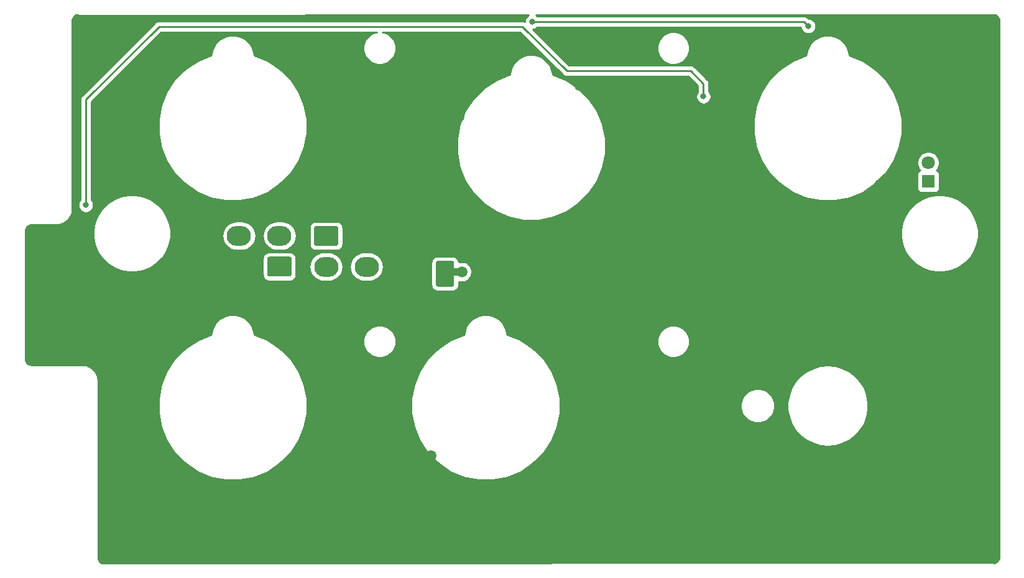
<source format=gbr>
G04 #@! TF.GenerationSoftware,KiCad,Pcbnew,(5.1.6)-1*
G04 #@! TF.CreationDate,2021-02-10T22:01:05+11:00*
G04 #@! TF.ProjectId,SIM CNTL Panel PCB V2,53494d20-434e-4544-9c20-50616e656c20,rev?*
G04 #@! TF.SameCoordinates,Original*
G04 #@! TF.FileFunction,Copper,L2,Bot*
G04 #@! TF.FilePolarity,Positive*
%FSLAX46Y46*%
G04 Gerber Fmt 4.6, Leading zero omitted, Abs format (unit mm)*
G04 Created by KiCad (PCBNEW (5.1.6)-1) date 2021-02-10 22:01:05*
%MOMM*%
%LPD*%
G01*
G04 APERTURE LIST*
G04 #@! TA.AperFunction,ComponentPad*
%ADD10C,1.800000*%
G04 #@! TD*
G04 #@! TA.AperFunction,ComponentPad*
%ADD11R,1.800000X1.800000*%
G04 #@! TD*
G04 #@! TA.AperFunction,ComponentPad*
%ADD12O,3.300000X2.700000*%
G04 #@! TD*
G04 #@! TA.AperFunction,ViaPad*
%ADD13C,1.500000*%
G04 #@! TD*
G04 #@! TA.AperFunction,ViaPad*
%ADD14C,0.800000*%
G04 #@! TD*
G04 #@! TA.AperFunction,Conductor*
%ADD15C,1.000000*%
G04 #@! TD*
G04 #@! TA.AperFunction,Conductor*
%ADD16C,0.250000*%
G04 #@! TD*
G04 #@! TA.AperFunction,Conductor*
%ADD17C,0.254000*%
G04 #@! TD*
G04 APERTURE END LIST*
D10*
G04 #@! TO.P,D1,2*
G04 #@! TO.N,/LED+5V*
X204725000Y-73625000D03*
D11*
G04 #@! TO.P,D1,1*
G04 #@! TO.N,Net-(D1-Pad1)*
X204725000Y-76165000D03*
G04 #@! TD*
D12*
G04 #@! TO.P,J2,4*
G04 #@! TO.N,/DATAOUT*
X128225000Y-87809200D03*
G04 #@! TO.P,J2,3*
G04 #@! TO.N,/LEDGND*
X128225000Y-83609200D03*
G04 #@! TO.P,J2,2*
G04 #@! TO.N,/LED+5V*
X122725000Y-87809200D03*
G04 #@! TO.P,J2,1*
G04 #@! TA.AperFunction,ComponentPad*
G36*
G01*
X121325001Y-82259200D02*
X124124999Y-82259200D01*
G75*
G02*
X124375000Y-82509201I0J-250001D01*
G01*
X124375000Y-84709199D01*
G75*
G02*
X124124999Y-84959200I-250001J0D01*
G01*
X121325001Y-84959200D01*
G75*
G02*
X121075000Y-84709199I0J250001D01*
G01*
X121075000Y-82509201D01*
G75*
G02*
X121325001Y-82259200I250001J0D01*
G01*
G37*
G04 #@! TD.AperFunction*
G04 #@! TD*
G04 #@! TO.P,J1,4*
G04 #@! TO.N,/DATAIN*
X110865000Y-83592600D03*
G04 #@! TO.P,J1,3*
G04 #@! TO.N,/LEDGND*
X110865000Y-87792600D03*
G04 #@! TO.P,J1,2*
G04 #@! TO.N,/LED+5V*
X116365000Y-83592600D03*
G04 #@! TO.P,J1,1*
G04 #@! TA.AperFunction,ComponentPad*
G36*
G01*
X117764999Y-89142600D02*
X114965001Y-89142600D01*
G75*
G02*
X114715000Y-88892599I0J250001D01*
G01*
X114715000Y-86692601D01*
G75*
G02*
X114965001Y-86442600I250001J0D01*
G01*
X117764999Y-86442600D01*
G75*
G02*
X118015000Y-86692601I0J-250001D01*
G01*
X118015000Y-88892599D01*
G75*
G02*
X117764999Y-89142600I-250001J0D01*
G01*
G37*
G04 #@! TD.AperFunction*
G04 #@! TD*
G04 #@! TO.P,C1,2*
G04 #@! TO.N,/LEDGND*
G04 #@! TA.AperFunction,SMDPad,CuDef*
G36*
G01*
X139910000Y-84012800D02*
X137910000Y-84012800D01*
G75*
G02*
X137660000Y-83762800I0J250000D01*
G01*
X137660000Y-80762800D01*
G75*
G02*
X137910000Y-80512800I250000J0D01*
G01*
X139910000Y-80512800D01*
G75*
G02*
X140160000Y-80762800I0J-250000D01*
G01*
X140160000Y-83762800D01*
G75*
G02*
X139910000Y-84012800I-250000J0D01*
G01*
G37*
G04 #@! TD.AperFunction*
G04 #@! TO.P,C1,1*
G04 #@! TO.N,/LED+5V*
G04 #@! TA.AperFunction,SMDPad,CuDef*
G36*
G01*
X139910000Y-90512800D02*
X137910000Y-90512800D01*
G75*
G02*
X137660000Y-90262800I0J250000D01*
G01*
X137660000Y-87262800D01*
G75*
G02*
X137910000Y-87012800I250000J0D01*
G01*
X139910000Y-87012800D01*
G75*
G02*
X140160000Y-87262800I0J-250000D01*
G01*
X140160000Y-90262800D01*
G75*
G02*
X139910000Y-90512800I-250000J0D01*
G01*
G37*
G04 #@! TD.AperFunction*
G04 #@! TD*
D13*
G04 #@! TO.N,/LEDGND*
X98024800Y-103963800D03*
X142003800Y-92743200D03*
X140798600Y-67360700D03*
X182656700Y-99369300D03*
X198230400Y-76589200D03*
X100276100Y-74503600D03*
X149923000Y-93074000D03*
X134278300Y-93068900D03*
X178797300Y-66546800D03*
X169071100Y-108131300D03*
X182589600Y-94051900D03*
X173976600Y-112146900D03*
X180667900Y-75205300D03*
X184996100Y-58733600D03*
X145668500Y-61126600D03*
X104978800Y-58082300D03*
X137000000Y-113600000D03*
X91687600Y-99537600D03*
X91350000Y-93050000D03*
X90100000Y-87850000D03*
X95200000Y-71050000D03*
X115400000Y-79900000D03*
X125750000Y-69950000D03*
X124600000Y-61600000D03*
X135950000Y-71950000D03*
X136350000Y-80050000D03*
X142350000Y-81550000D03*
X156150000Y-82200000D03*
X157309600Y-63094000D03*
X119050000Y-94550000D03*
X105375000Y-95075000D03*
X98230500Y-111865500D03*
X107537500Y-122687500D03*
X119900000Y-119700000D03*
X125412500Y-108337500D03*
X182150000Y-122850000D03*
X174800000Y-125350000D03*
X160050000Y-108050000D03*
X155450000Y-97900000D03*
X162550000Y-92250000D03*
X154300000Y-118650000D03*
X142350000Y-121650000D03*
X196950000Y-125000000D03*
X202200000Y-123150000D03*
X209275000Y-125075000D03*
X213275000Y-112250000D03*
X205000000Y-112125000D03*
X211100000Y-97100000D03*
X206614100Y-99585900D03*
X203375000Y-93900000D03*
X195175000Y-95950000D03*
X195475000Y-88275000D03*
X190775000Y-83475000D03*
X206725000Y-70125000D03*
X202750000Y-58725000D03*
X164925000Y-73375000D03*
D14*
X118610000Y-60560000D03*
D13*
X175190000Y-78770000D03*
X99810000Y-62810000D03*
G04 #@! TO.N,/LED+5V*
X141200500Y-88509600D03*
D14*
G04 #@! TO.N,Net-(D18-Pad2)*
X150800000Y-54400000D03*
X188400000Y-55000000D03*
G04 #@! TO.N,Net-(D26-Pad2)*
X174100000Y-64600000D03*
X90000000Y-79400000D03*
G04 #@! TD*
D15*
G04 #@! TO.N,/LED+5V*
X141200500Y-88509600D02*
X139163200Y-88509600D01*
X139163200Y-88509600D02*
X138910000Y-88762800D01*
D16*
G04 #@! TO.N,Net-(D18-Pad2)*
X150800000Y-54400000D02*
X187800000Y-54400000D01*
X187800000Y-54400000D02*
X188400000Y-55000000D01*
X188400000Y-55000000D02*
X188400000Y-55000000D01*
G04 #@! TO.N,Net-(D26-Pad2)*
X155496044Y-61107210D02*
X149435824Y-55046990D01*
X149435824Y-55046990D02*
X99953010Y-55046990D01*
X90000000Y-65000000D02*
X90000000Y-79400000D01*
X99953010Y-55046990D02*
X90000000Y-65000000D01*
X174100000Y-64600000D02*
X174100000Y-62825000D01*
X174100000Y-62825000D02*
X172382210Y-61107210D01*
X172382210Y-61107210D02*
X155496044Y-61107210D01*
G04 #@! TD*
D17*
G04 #@! TO.N,/LEDGND*
G36*
X213830901Y-53481653D02*
G01*
X213974929Y-53558234D01*
X214101340Y-53661333D01*
X214205318Y-53787019D01*
X214282903Y-53930510D01*
X214331139Y-54086335D01*
X214350999Y-54275293D01*
X214351377Y-127374113D01*
X214332293Y-127568744D01*
X214285146Y-127724902D01*
X214208566Y-127868929D01*
X214105467Y-127995341D01*
X213979781Y-128099317D01*
X213836288Y-128176904D01*
X213724605Y-128211476D01*
X213622579Y-128180574D01*
X213514595Y-128169984D01*
X92470386Y-128221192D01*
X92362410Y-128231873D01*
X92278806Y-128257272D01*
X92188298Y-128229946D01*
X92044271Y-128153366D01*
X91917859Y-128050267D01*
X91813883Y-127924581D01*
X91736296Y-127781088D01*
X91688061Y-127625265D01*
X91668201Y-127436309D01*
X91668199Y-105772675D01*
X99869995Y-105772675D01*
X99869995Y-107767519D01*
X100259170Y-109724034D01*
X101022564Y-111567030D01*
X102130841Y-113225683D01*
X103541409Y-114636251D01*
X105200062Y-115744528D01*
X107043058Y-116507922D01*
X108999573Y-116897097D01*
X110994417Y-116897097D01*
X112950932Y-116507922D01*
X114793928Y-115744528D01*
X116452581Y-114636251D01*
X117863149Y-113225683D01*
X118971426Y-111567030D01*
X119734820Y-109724034D01*
X120123995Y-107767519D01*
X120123995Y-105772675D01*
X134309009Y-105772675D01*
X134309009Y-107767519D01*
X134698184Y-109724034D01*
X135461578Y-111567030D01*
X136569855Y-113225683D01*
X137980423Y-114636251D01*
X139639076Y-115744528D01*
X141482072Y-116507922D01*
X143438587Y-116897097D01*
X145433431Y-116897097D01*
X147389946Y-116507922D01*
X149232942Y-115744528D01*
X150891595Y-114636251D01*
X152302163Y-113225683D01*
X153410440Y-111567030D01*
X154173834Y-109724034D01*
X154563009Y-107767519D01*
X154563009Y-106540492D01*
X179166776Y-106540492D01*
X179166776Y-106999702D01*
X179256363Y-107450089D01*
X179432095Y-107874343D01*
X179687219Y-108256163D01*
X180011929Y-108580873D01*
X180393749Y-108835997D01*
X180818003Y-109011729D01*
X181268390Y-109101316D01*
X181727600Y-109101316D01*
X182177987Y-109011729D01*
X182602241Y-108835997D01*
X182984061Y-108580873D01*
X183308771Y-108256163D01*
X183563895Y-107874343D01*
X183739627Y-107450089D01*
X183829214Y-106999702D01*
X183829214Y-106540492D01*
X183773622Y-106261006D01*
X185529032Y-106261006D01*
X185529032Y-107279188D01*
X185716122Y-108280033D01*
X186083932Y-109229458D01*
X186619935Y-110095134D01*
X187305879Y-110847579D01*
X188118406Y-111461170D01*
X189029844Y-111915013D01*
X190009157Y-112193651D01*
X191022995Y-112287597D01*
X192036833Y-112193651D01*
X193016146Y-111915013D01*
X193927584Y-111461170D01*
X194740111Y-110847579D01*
X195426055Y-110095134D01*
X195962058Y-109229458D01*
X196329868Y-108280033D01*
X196516958Y-107279188D01*
X196516958Y-106261006D01*
X196329868Y-105260161D01*
X195962058Y-104310736D01*
X195426055Y-103445060D01*
X194740111Y-102692615D01*
X193927584Y-102079024D01*
X193016146Y-101625181D01*
X192036833Y-101346543D01*
X191022995Y-101252597D01*
X190009157Y-101346543D01*
X189029844Y-101625181D01*
X188118406Y-102079024D01*
X187305879Y-102692615D01*
X186619935Y-103445060D01*
X186083932Y-104310736D01*
X185716122Y-105260161D01*
X185529032Y-106261006D01*
X183773622Y-106261006D01*
X183739627Y-106090105D01*
X183563895Y-105665851D01*
X183308771Y-105284031D01*
X182984061Y-104959321D01*
X182602241Y-104704197D01*
X182177987Y-104528465D01*
X181727600Y-104438878D01*
X181268390Y-104438878D01*
X180818003Y-104528465D01*
X180393749Y-104704197D01*
X180011929Y-104959321D01*
X179687219Y-105284031D01*
X179432095Y-105665851D01*
X179256363Y-106090105D01*
X179166776Y-106540492D01*
X154563009Y-106540492D01*
X154563009Y-105772675D01*
X154173834Y-103816160D01*
X153410440Y-101973164D01*
X152302163Y-100314511D01*
X150891595Y-98903943D01*
X149232942Y-97795666D01*
X149198554Y-97781422D01*
X167780738Y-97781422D01*
X167780738Y-98218578D01*
X167866023Y-98647335D01*
X168033316Y-99051215D01*
X168276187Y-99414697D01*
X168585303Y-99723813D01*
X168948785Y-99966684D01*
X169352665Y-100133977D01*
X169781422Y-100219262D01*
X170218578Y-100219262D01*
X170647335Y-100133977D01*
X171051215Y-99966684D01*
X171414697Y-99723813D01*
X171723813Y-99414697D01*
X171966684Y-99051215D01*
X172133977Y-98647335D01*
X172219262Y-98218578D01*
X172219262Y-97781422D01*
X172133977Y-97352665D01*
X171966684Y-96948785D01*
X171723813Y-96585303D01*
X171414697Y-96276187D01*
X171051215Y-96033316D01*
X170647335Y-95866023D01*
X170218578Y-95780738D01*
X169781422Y-95780738D01*
X169352665Y-95866023D01*
X168948785Y-96033316D01*
X168585303Y-96276187D01*
X168276187Y-96585303D01*
X168033316Y-96948785D01*
X167866023Y-97352665D01*
X167780738Y-97781422D01*
X149198554Y-97781422D01*
X147389946Y-97032272D01*
X147349009Y-97024129D01*
X147349009Y-96958192D01*
X147237064Y-96395406D01*
X147017476Y-95865274D01*
X146698684Y-95388168D01*
X146292938Y-94982422D01*
X145815832Y-94663630D01*
X145285700Y-94444042D01*
X144722914Y-94332097D01*
X144149104Y-94332097D01*
X143586318Y-94444042D01*
X143056186Y-94663630D01*
X142579080Y-94982422D01*
X142173334Y-95388168D01*
X141854542Y-95865274D01*
X141634954Y-96395406D01*
X141523009Y-96958192D01*
X141523009Y-97024129D01*
X141482072Y-97032272D01*
X139639076Y-97795666D01*
X137980423Y-98903943D01*
X136569855Y-100314511D01*
X135461578Y-101973164D01*
X134698184Y-103816160D01*
X134309009Y-105772675D01*
X120123995Y-105772675D01*
X119734820Y-103816160D01*
X118971426Y-101973164D01*
X117863149Y-100314511D01*
X116452581Y-98903943D01*
X114793928Y-97795666D01*
X114759540Y-97781422D01*
X127780738Y-97781422D01*
X127780738Y-98218578D01*
X127866023Y-98647335D01*
X128033316Y-99051215D01*
X128276187Y-99414697D01*
X128585303Y-99723813D01*
X128948785Y-99966684D01*
X129352665Y-100133977D01*
X129781422Y-100219262D01*
X130218578Y-100219262D01*
X130647335Y-100133977D01*
X131051215Y-99966684D01*
X131414697Y-99723813D01*
X131723813Y-99414697D01*
X131966684Y-99051215D01*
X132133977Y-98647335D01*
X132219262Y-98218578D01*
X132219262Y-97781422D01*
X132133977Y-97352665D01*
X131966684Y-96948785D01*
X131723813Y-96585303D01*
X131414697Y-96276187D01*
X131051215Y-96033316D01*
X130647335Y-95866023D01*
X130218578Y-95780738D01*
X129781422Y-95780738D01*
X129352665Y-95866023D01*
X128948785Y-96033316D01*
X128585303Y-96276187D01*
X128276187Y-96585303D01*
X128033316Y-96948785D01*
X127866023Y-97352665D01*
X127780738Y-97781422D01*
X114759540Y-97781422D01*
X112950932Y-97032272D01*
X112909995Y-97024129D01*
X112909995Y-96958192D01*
X112798050Y-96395406D01*
X112578462Y-95865274D01*
X112259670Y-95388168D01*
X111853924Y-94982422D01*
X111376818Y-94663630D01*
X110846686Y-94444042D01*
X110283900Y-94332097D01*
X109710090Y-94332097D01*
X109147304Y-94444042D01*
X108617172Y-94663630D01*
X108140066Y-94982422D01*
X107734320Y-95388168D01*
X107415528Y-95865274D01*
X107195940Y-96395406D01*
X107083995Y-96958192D01*
X107083995Y-97024129D01*
X107043058Y-97032272D01*
X105200062Y-97795666D01*
X103541409Y-98903943D01*
X102130841Y-100314511D01*
X101022564Y-101973164D01*
X100259170Y-103816160D01*
X99869995Y-105772675D01*
X91668199Y-105772675D01*
X91668198Y-103388828D01*
X91668519Y-103347227D01*
X91665596Y-103314842D01*
X91665823Y-103282318D01*
X91664924Y-103273147D01*
X91634345Y-102982201D01*
X91622313Y-102923585D01*
X91611107Y-102864841D01*
X91608443Y-102856019D01*
X91521933Y-102576553D01*
X91498759Y-102521426D01*
X91476345Y-102465948D01*
X91472019Y-102457812D01*
X91332876Y-102200471D01*
X91299418Y-102150868D01*
X91266669Y-102100822D01*
X91260844Y-102093680D01*
X91074367Y-101868269D01*
X91031933Y-101826130D01*
X90990070Y-101783381D01*
X90982969Y-101777507D01*
X90756260Y-101592607D01*
X90706434Y-101559502D01*
X90657076Y-101525706D01*
X90648970Y-101521324D01*
X90390664Y-101383981D01*
X90335398Y-101361202D01*
X90280377Y-101337620D01*
X90271574Y-101334896D01*
X89991512Y-101250341D01*
X89932839Y-101238724D01*
X89874322Y-101226285D01*
X89865157Y-101225322D01*
X89574004Y-101196774D01*
X89573997Y-101196774D01*
X89541946Y-101193621D01*
X82633049Y-101194373D01*
X82438456Y-101175293D01*
X82282298Y-101128146D01*
X82138271Y-101051566D01*
X82011859Y-100948467D01*
X81907883Y-100822781D01*
X81830296Y-100679288D01*
X81782061Y-100523465D01*
X81762201Y-100334505D01*
X81761824Y-82963276D01*
X81780907Y-82768656D01*
X81784921Y-82755358D01*
X91003995Y-82755358D01*
X91003995Y-83794836D01*
X91206787Y-84814341D01*
X91604578Y-85774694D01*
X92182082Y-86638988D01*
X92917104Y-87374010D01*
X93781398Y-87951514D01*
X94741751Y-88349305D01*
X95761256Y-88552097D01*
X96800734Y-88552097D01*
X97820239Y-88349305D01*
X98780592Y-87951514D01*
X99644886Y-87374010D01*
X100326295Y-86692601D01*
X114076928Y-86692601D01*
X114076928Y-88892599D01*
X114093992Y-89065853D01*
X114144529Y-89232450D01*
X114226595Y-89385986D01*
X114337039Y-89520561D01*
X114471614Y-89631005D01*
X114625150Y-89713071D01*
X114791747Y-89763608D01*
X114965001Y-89780672D01*
X117764999Y-89780672D01*
X117938253Y-89763608D01*
X118104850Y-89713071D01*
X118258386Y-89631005D01*
X118392961Y-89520561D01*
X118503405Y-89385986D01*
X118585471Y-89232450D01*
X118636008Y-89065853D01*
X118653072Y-88892599D01*
X118653072Y-87809200D01*
X120430396Y-87809200D01*
X120468722Y-88198328D01*
X120582226Y-88572502D01*
X120766547Y-88917343D01*
X121014602Y-89219598D01*
X121316857Y-89467653D01*
X121661698Y-89651974D01*
X122035872Y-89765478D01*
X122327490Y-89794200D01*
X123122510Y-89794200D01*
X123414128Y-89765478D01*
X123788302Y-89651974D01*
X124133143Y-89467653D01*
X124435398Y-89219598D01*
X124683453Y-88917343D01*
X124867774Y-88572502D01*
X124981278Y-88198328D01*
X125019604Y-87809200D01*
X125930396Y-87809200D01*
X125968722Y-88198328D01*
X126082226Y-88572502D01*
X126266547Y-88917343D01*
X126514602Y-89219598D01*
X126816857Y-89467653D01*
X127161698Y-89651974D01*
X127535872Y-89765478D01*
X127827490Y-89794200D01*
X128622510Y-89794200D01*
X128914128Y-89765478D01*
X129288302Y-89651974D01*
X129633143Y-89467653D01*
X129935398Y-89219598D01*
X130183453Y-88917343D01*
X130367774Y-88572502D01*
X130481278Y-88198328D01*
X130519604Y-87809200D01*
X130481278Y-87420072D01*
X130433571Y-87262800D01*
X137021928Y-87262800D01*
X137021928Y-90262800D01*
X137038992Y-90436054D01*
X137089528Y-90602650D01*
X137171595Y-90756186D01*
X137282038Y-90890762D01*
X137416614Y-91001205D01*
X137570150Y-91083272D01*
X137736746Y-91133808D01*
X137910000Y-91150872D01*
X139910000Y-91150872D01*
X140083254Y-91133808D01*
X140249850Y-91083272D01*
X140403386Y-91001205D01*
X140537962Y-90890762D01*
X140648405Y-90756186D01*
X140730472Y-90602650D01*
X140781008Y-90436054D01*
X140798072Y-90262800D01*
X140798072Y-89841686D01*
X141064089Y-89894600D01*
X141336911Y-89894600D01*
X141604489Y-89841375D01*
X141856543Y-89736971D01*
X142083386Y-89585399D01*
X142276299Y-89392486D01*
X142427871Y-89165643D01*
X142532275Y-88913589D01*
X142585500Y-88646011D01*
X142585500Y-88373189D01*
X142532275Y-88105611D01*
X142427871Y-87853557D01*
X142276299Y-87626714D01*
X142083386Y-87433801D01*
X141856543Y-87282229D01*
X141604489Y-87177825D01*
X141336911Y-87124600D01*
X141064089Y-87124600D01*
X140796511Y-87177825D01*
X140789970Y-87180535D01*
X140781008Y-87089546D01*
X140730472Y-86922950D01*
X140648405Y-86769414D01*
X140537962Y-86634838D01*
X140403386Y-86524395D01*
X140249850Y-86442328D01*
X140083254Y-86391792D01*
X139910000Y-86374728D01*
X137910000Y-86374728D01*
X137736746Y-86391792D01*
X137570150Y-86442328D01*
X137416614Y-86524395D01*
X137282038Y-86634838D01*
X137171595Y-86769414D01*
X137089528Y-86922950D01*
X137038992Y-87089546D01*
X137021928Y-87262800D01*
X130433571Y-87262800D01*
X130367774Y-87045898D01*
X130183453Y-86701057D01*
X129935398Y-86398802D01*
X129633143Y-86150747D01*
X129288302Y-85966426D01*
X128914128Y-85852922D01*
X128622510Y-85824200D01*
X127827490Y-85824200D01*
X127535872Y-85852922D01*
X127161698Y-85966426D01*
X126816857Y-86150747D01*
X126514602Y-86398802D01*
X126266547Y-86701057D01*
X126082226Y-87045898D01*
X125968722Y-87420072D01*
X125930396Y-87809200D01*
X125019604Y-87809200D01*
X124981278Y-87420072D01*
X124867774Y-87045898D01*
X124683453Y-86701057D01*
X124435398Y-86398802D01*
X124133143Y-86150747D01*
X123788302Y-85966426D01*
X123414128Y-85852922D01*
X123122510Y-85824200D01*
X122327490Y-85824200D01*
X122035872Y-85852922D01*
X121661698Y-85966426D01*
X121316857Y-86150747D01*
X121014602Y-86398802D01*
X120766547Y-86701057D01*
X120582226Y-87045898D01*
X120468722Y-87420072D01*
X120430396Y-87809200D01*
X118653072Y-87809200D01*
X118653072Y-86692601D01*
X118636008Y-86519347D01*
X118585471Y-86352750D01*
X118503405Y-86199214D01*
X118392961Y-86064639D01*
X118258386Y-85954195D01*
X118104850Y-85872129D01*
X117938253Y-85821592D01*
X117764999Y-85804528D01*
X114965001Y-85804528D01*
X114791747Y-85821592D01*
X114625150Y-85872129D01*
X114471614Y-85954195D01*
X114337039Y-86064639D01*
X114226595Y-86199214D01*
X114144529Y-86352750D01*
X114093992Y-86519347D01*
X114076928Y-86692601D01*
X100326295Y-86692601D01*
X100379908Y-86638988D01*
X100957412Y-85774694D01*
X101355203Y-84814341D01*
X101557995Y-83794836D01*
X101557995Y-83592600D01*
X108570396Y-83592600D01*
X108608722Y-83981728D01*
X108722226Y-84355902D01*
X108906547Y-84700743D01*
X109154602Y-85002998D01*
X109456857Y-85251053D01*
X109801698Y-85435374D01*
X110175872Y-85548878D01*
X110467490Y-85577600D01*
X111262510Y-85577600D01*
X111554128Y-85548878D01*
X111928302Y-85435374D01*
X112273143Y-85251053D01*
X112575398Y-85002998D01*
X112823453Y-84700743D01*
X113007774Y-84355902D01*
X113121278Y-83981728D01*
X113159604Y-83592600D01*
X114070396Y-83592600D01*
X114108722Y-83981728D01*
X114222226Y-84355902D01*
X114406547Y-84700743D01*
X114654602Y-85002998D01*
X114956857Y-85251053D01*
X115301698Y-85435374D01*
X115675872Y-85548878D01*
X115967490Y-85577600D01*
X116762510Y-85577600D01*
X117054128Y-85548878D01*
X117428302Y-85435374D01*
X117773143Y-85251053D01*
X118075398Y-85002998D01*
X118323453Y-84700743D01*
X118507774Y-84355902D01*
X118621278Y-83981728D01*
X118659604Y-83592600D01*
X118621278Y-83203472D01*
X118507774Y-82829298D01*
X118336679Y-82509201D01*
X120436928Y-82509201D01*
X120436928Y-84709199D01*
X120453992Y-84882453D01*
X120504529Y-85049050D01*
X120586595Y-85202586D01*
X120697039Y-85337161D01*
X120831614Y-85447605D01*
X120985150Y-85529671D01*
X121151747Y-85580208D01*
X121325001Y-85597272D01*
X124124999Y-85597272D01*
X124298253Y-85580208D01*
X124464850Y-85529671D01*
X124618386Y-85447605D01*
X124752961Y-85337161D01*
X124863405Y-85202586D01*
X124945471Y-85049050D01*
X124996008Y-84882453D01*
X125013072Y-84709199D01*
X125013072Y-82755358D01*
X200985994Y-82755358D01*
X200985994Y-83794836D01*
X201188786Y-84814341D01*
X201586577Y-85774694D01*
X202164081Y-86638988D01*
X202899103Y-87374010D01*
X203763397Y-87951514D01*
X204723750Y-88349305D01*
X205743255Y-88552097D01*
X206782733Y-88552097D01*
X207802238Y-88349305D01*
X208762591Y-87951514D01*
X209626885Y-87374010D01*
X210361907Y-86638988D01*
X210939411Y-85774694D01*
X211337202Y-84814341D01*
X211539994Y-83794836D01*
X211539994Y-82755358D01*
X211337202Y-81735853D01*
X210939411Y-80775500D01*
X210361907Y-79911206D01*
X209626885Y-79176184D01*
X208762591Y-78598680D01*
X207802238Y-78200889D01*
X206782733Y-77998097D01*
X205743255Y-77998097D01*
X204723750Y-78200889D01*
X203763397Y-78598680D01*
X202899103Y-79176184D01*
X202164081Y-79911206D01*
X201586577Y-80775500D01*
X201188786Y-81735853D01*
X200985994Y-82755358D01*
X125013072Y-82755358D01*
X125013072Y-82509201D01*
X124996008Y-82335947D01*
X124945471Y-82169350D01*
X124863405Y-82015814D01*
X124752961Y-81881239D01*
X124618386Y-81770795D01*
X124464850Y-81688729D01*
X124298253Y-81638192D01*
X124124999Y-81621128D01*
X121325001Y-81621128D01*
X121151747Y-81638192D01*
X120985150Y-81688729D01*
X120831614Y-81770795D01*
X120697039Y-81881239D01*
X120586595Y-82015814D01*
X120504529Y-82169350D01*
X120453992Y-82335947D01*
X120436928Y-82509201D01*
X118336679Y-82509201D01*
X118323453Y-82484457D01*
X118075398Y-82182202D01*
X117773143Y-81934147D01*
X117428302Y-81749826D01*
X117054128Y-81636322D01*
X116762510Y-81607600D01*
X115967490Y-81607600D01*
X115675872Y-81636322D01*
X115301698Y-81749826D01*
X114956857Y-81934147D01*
X114654602Y-82182202D01*
X114406547Y-82484457D01*
X114222226Y-82829298D01*
X114108722Y-83203472D01*
X114070396Y-83592600D01*
X113159604Y-83592600D01*
X113121278Y-83203472D01*
X113007774Y-82829298D01*
X112823453Y-82484457D01*
X112575398Y-82182202D01*
X112273143Y-81934147D01*
X111928302Y-81749826D01*
X111554128Y-81636322D01*
X111262510Y-81607600D01*
X110467490Y-81607600D01*
X110175872Y-81636322D01*
X109801698Y-81749826D01*
X109456857Y-81934147D01*
X109154602Y-82182202D01*
X108906547Y-82484457D01*
X108722226Y-82829298D01*
X108608722Y-83203472D01*
X108570396Y-83592600D01*
X101557995Y-83592600D01*
X101557995Y-82755358D01*
X101355203Y-81735853D01*
X100957412Y-80775500D01*
X100379908Y-79911206D01*
X99644886Y-79176184D01*
X98780592Y-78598680D01*
X97820239Y-78200889D01*
X96800734Y-77998097D01*
X95761256Y-77998097D01*
X94741751Y-78200889D01*
X93781398Y-78598680D01*
X92917104Y-79176184D01*
X92182082Y-79911206D01*
X91604578Y-80775500D01*
X91206787Y-81735853D01*
X91003995Y-82755358D01*
X81784921Y-82755358D01*
X81828053Y-82612499D01*
X81904634Y-82468471D01*
X82007733Y-82342060D01*
X82133419Y-82238082D01*
X82276910Y-82160497D01*
X82432735Y-82112261D01*
X82621692Y-82092401D01*
X85968175Y-82092398D01*
X86009773Y-82092719D01*
X86042158Y-82089796D01*
X86074682Y-82090023D01*
X86083853Y-82089124D01*
X86374800Y-82058545D01*
X86433416Y-82046513D01*
X86492160Y-82035307D01*
X86500982Y-82032643D01*
X86780447Y-81946133D01*
X86835611Y-81922944D01*
X86891051Y-81900545D01*
X86899188Y-81896219D01*
X87156528Y-81757076D01*
X87206114Y-81723630D01*
X87256178Y-81690869D01*
X87263319Y-81685045D01*
X87488731Y-81498567D01*
X87530870Y-81456133D01*
X87573619Y-81414270D01*
X87579493Y-81407169D01*
X87764393Y-81180460D01*
X87797505Y-81130623D01*
X87831293Y-81081276D01*
X87835676Y-81073170D01*
X87973019Y-80814864D01*
X87995798Y-80759598D01*
X88019380Y-80704577D01*
X88022104Y-80695774D01*
X88106659Y-80415711D01*
X88118275Y-80357046D01*
X88130715Y-80298522D01*
X88131678Y-80289357D01*
X88153902Y-80062700D01*
X88153957Y-80062518D01*
X88160058Y-79999917D01*
X88160226Y-79998204D01*
X88160226Y-79998194D01*
X88163408Y-79965544D01*
X88137256Y-54311751D01*
X88156307Y-54117456D01*
X88203453Y-53961299D01*
X88280034Y-53817271D01*
X88383133Y-53690860D01*
X88508819Y-53586882D01*
X88652310Y-53509297D01*
X88764008Y-53474720D01*
X88865864Y-53505595D01*
X88973847Y-53516208D01*
X150278734Y-53503515D01*
X150140226Y-53596063D01*
X149996063Y-53740226D01*
X149882795Y-53909744D01*
X149804774Y-54098102D01*
X149765000Y-54298061D01*
X149765000Y-54361183D01*
X149728071Y-54341444D01*
X149584810Y-54297987D01*
X149473157Y-54286990D01*
X149473146Y-54286990D01*
X149435824Y-54283314D01*
X149398502Y-54286990D01*
X99990335Y-54286990D01*
X99953010Y-54283314D01*
X99915685Y-54286990D01*
X99915677Y-54286990D01*
X99804024Y-54297987D01*
X99660763Y-54341444D01*
X99528734Y-54412016D01*
X99413009Y-54506989D01*
X99389211Y-54535987D01*
X89489003Y-64436196D01*
X89459999Y-64459999D01*
X89428763Y-64498061D01*
X89365026Y-64575724D01*
X89341078Y-64620527D01*
X89294454Y-64707754D01*
X89250997Y-64851015D01*
X89240000Y-64962668D01*
X89240000Y-64962678D01*
X89236324Y-65000000D01*
X89240000Y-65037322D01*
X89240001Y-78696288D01*
X89196063Y-78740226D01*
X89082795Y-78909744D01*
X89004774Y-79098102D01*
X88965000Y-79298061D01*
X88965000Y-79501939D01*
X89004774Y-79701898D01*
X89082795Y-79890256D01*
X89196063Y-80059774D01*
X89340226Y-80203937D01*
X89509744Y-80317205D01*
X89698102Y-80395226D01*
X89898061Y-80435000D01*
X90101939Y-80435000D01*
X90301898Y-80395226D01*
X90490256Y-80317205D01*
X90659774Y-80203937D01*
X90803937Y-80059774D01*
X90917205Y-79890256D01*
X90995226Y-79701898D01*
X91035000Y-79501939D01*
X91035000Y-79298061D01*
X90995226Y-79098102D01*
X90917205Y-78909744D01*
X90803937Y-78740226D01*
X90760000Y-78696289D01*
X90760000Y-67672675D01*
X99869995Y-67672675D01*
X99869995Y-69667519D01*
X100259170Y-71624034D01*
X101022564Y-73467030D01*
X102130841Y-75125683D01*
X103541409Y-76536251D01*
X105200062Y-77644528D01*
X107043058Y-78407922D01*
X108999573Y-78797097D01*
X110994417Y-78797097D01*
X112950932Y-78407922D01*
X114793928Y-77644528D01*
X116452581Y-76536251D01*
X117863149Y-75125683D01*
X118971426Y-73467030D01*
X119734820Y-71624034D01*
X119990294Y-70339675D01*
X140509995Y-70339675D01*
X140509995Y-72334519D01*
X140899170Y-74291034D01*
X141662564Y-76134030D01*
X142770841Y-77792683D01*
X144181409Y-79203251D01*
X145840062Y-80311528D01*
X147683058Y-81074922D01*
X149639573Y-81464097D01*
X151634417Y-81464097D01*
X153590932Y-81074922D01*
X155433928Y-80311528D01*
X157092581Y-79203251D01*
X158503149Y-77792683D01*
X159611426Y-76134030D01*
X160374820Y-74291034D01*
X160763995Y-72334519D01*
X160763995Y-70339675D01*
X160374820Y-68383160D01*
X160080528Y-67672675D01*
X180895995Y-67672675D01*
X180895995Y-69667519D01*
X181285170Y-71624034D01*
X182048564Y-73467030D01*
X183156841Y-75125683D01*
X184567409Y-76536251D01*
X186226062Y-77644528D01*
X188069058Y-78407922D01*
X190025573Y-78797097D01*
X192020417Y-78797097D01*
X193976932Y-78407922D01*
X195819928Y-77644528D01*
X197478581Y-76536251D01*
X198749832Y-75265000D01*
X203186928Y-75265000D01*
X203186928Y-77065000D01*
X203199188Y-77189482D01*
X203235498Y-77309180D01*
X203294463Y-77419494D01*
X203373815Y-77516185D01*
X203470506Y-77595537D01*
X203580820Y-77654502D01*
X203700518Y-77690812D01*
X203825000Y-77703072D01*
X205625000Y-77703072D01*
X205749482Y-77690812D01*
X205869180Y-77654502D01*
X205979494Y-77595537D01*
X206076185Y-77516185D01*
X206155537Y-77419494D01*
X206214502Y-77309180D01*
X206250812Y-77189482D01*
X206263072Y-77065000D01*
X206263072Y-75265000D01*
X206250812Y-75140518D01*
X206214502Y-75020820D01*
X206155537Y-74910506D01*
X206076185Y-74813815D01*
X205979494Y-74734463D01*
X205869180Y-74675498D01*
X205850873Y-74669944D01*
X205917312Y-74603505D01*
X206085299Y-74352095D01*
X206201011Y-74072743D01*
X206260000Y-73776184D01*
X206260000Y-73473816D01*
X206201011Y-73177257D01*
X206085299Y-72897905D01*
X205917312Y-72646495D01*
X205703505Y-72432688D01*
X205452095Y-72264701D01*
X205172743Y-72148989D01*
X204876184Y-72090000D01*
X204573816Y-72090000D01*
X204277257Y-72148989D01*
X203997905Y-72264701D01*
X203746495Y-72432688D01*
X203532688Y-72646495D01*
X203364701Y-72897905D01*
X203248989Y-73177257D01*
X203190000Y-73473816D01*
X203190000Y-73776184D01*
X203248989Y-74072743D01*
X203364701Y-74352095D01*
X203532688Y-74603505D01*
X203599127Y-74669944D01*
X203580820Y-74675498D01*
X203470506Y-74734463D01*
X203373815Y-74813815D01*
X203294463Y-74910506D01*
X203235498Y-75020820D01*
X203199188Y-75140518D01*
X203186928Y-75265000D01*
X198749832Y-75265000D01*
X198889149Y-75125683D01*
X199997426Y-73467030D01*
X200760820Y-71624034D01*
X201149995Y-69667519D01*
X201149995Y-67672675D01*
X200760820Y-65716160D01*
X199997426Y-63873164D01*
X198889149Y-62214511D01*
X197478581Y-60803943D01*
X195819928Y-59695666D01*
X193976932Y-58932272D01*
X193935995Y-58924129D01*
X193935995Y-58858192D01*
X193824050Y-58295406D01*
X193604462Y-57765274D01*
X193285670Y-57288168D01*
X192879924Y-56882422D01*
X192402818Y-56563630D01*
X191872686Y-56344042D01*
X191309900Y-56232097D01*
X190736090Y-56232097D01*
X190173304Y-56344042D01*
X189643172Y-56563630D01*
X189166066Y-56882422D01*
X188760320Y-57288168D01*
X188441528Y-57765274D01*
X188221940Y-58295406D01*
X188109995Y-58858192D01*
X188109995Y-58924129D01*
X188069058Y-58932272D01*
X186226062Y-59695666D01*
X184567409Y-60803943D01*
X183156841Y-62214511D01*
X182048564Y-63873164D01*
X181285170Y-65716160D01*
X180895995Y-67672675D01*
X160080528Y-67672675D01*
X159611426Y-66540164D01*
X158503149Y-64881511D01*
X157092581Y-63470943D01*
X155433928Y-62362666D01*
X153590932Y-61599272D01*
X153549995Y-61591129D01*
X153549995Y-61525192D01*
X153438050Y-60962406D01*
X153218462Y-60432274D01*
X152899670Y-59955168D01*
X152493924Y-59549422D01*
X152016818Y-59230630D01*
X151486686Y-59011042D01*
X150923900Y-58899097D01*
X150350090Y-58899097D01*
X149787304Y-59011042D01*
X149257172Y-59230630D01*
X148780066Y-59549422D01*
X148374320Y-59955168D01*
X148055528Y-60432274D01*
X147835940Y-60962406D01*
X147723995Y-61525192D01*
X147723995Y-61591129D01*
X147683058Y-61599272D01*
X145840062Y-62362666D01*
X144181409Y-63470943D01*
X142770841Y-64881511D01*
X141662564Y-66540164D01*
X140899170Y-68383160D01*
X140509995Y-70339675D01*
X119990294Y-70339675D01*
X120123995Y-69667519D01*
X120123995Y-67672675D01*
X119734820Y-65716160D01*
X118971426Y-63873164D01*
X117863149Y-62214511D01*
X116452581Y-60803943D01*
X114793928Y-59695666D01*
X112950932Y-58932272D01*
X112909995Y-58924129D01*
X112909995Y-58858192D01*
X112798050Y-58295406D01*
X112578462Y-57765274D01*
X112259670Y-57288168D01*
X111853924Y-56882422D01*
X111376818Y-56563630D01*
X110846686Y-56344042D01*
X110283900Y-56232097D01*
X109710090Y-56232097D01*
X109147304Y-56344042D01*
X108617172Y-56563630D01*
X108140066Y-56882422D01*
X107734320Y-57288168D01*
X107415528Y-57765274D01*
X107195940Y-58295406D01*
X107083995Y-58858192D01*
X107083995Y-58924129D01*
X107043058Y-58932272D01*
X105200062Y-59695666D01*
X103541409Y-60803943D01*
X102130841Y-62214511D01*
X101022564Y-63873164D01*
X100259170Y-65716160D01*
X99869995Y-67672675D01*
X90760000Y-67672675D01*
X90760000Y-65314801D01*
X100267812Y-55806990D01*
X129649444Y-55806990D01*
X129352665Y-55866023D01*
X128948785Y-56033316D01*
X128585303Y-56276187D01*
X128276187Y-56585303D01*
X128033316Y-56948785D01*
X127866023Y-57352665D01*
X127780738Y-57781422D01*
X127780738Y-58218578D01*
X127866023Y-58647335D01*
X128033316Y-59051215D01*
X128276187Y-59414697D01*
X128585303Y-59723813D01*
X128948785Y-59966684D01*
X129352665Y-60133977D01*
X129781422Y-60219262D01*
X130218578Y-60219262D01*
X130647335Y-60133977D01*
X131051215Y-59966684D01*
X131414697Y-59723813D01*
X131723813Y-59414697D01*
X131966684Y-59051215D01*
X132133977Y-58647335D01*
X132219262Y-58218578D01*
X132219262Y-57781422D01*
X132133977Y-57352665D01*
X131966684Y-56948785D01*
X131723813Y-56585303D01*
X131414697Y-56276187D01*
X131051215Y-56033316D01*
X130647335Y-55866023D01*
X130350556Y-55806990D01*
X149121023Y-55806990D01*
X154932244Y-61618212D01*
X154956043Y-61647211D01*
X155071768Y-61742184D01*
X155203797Y-61812756D01*
X155347058Y-61856213D01*
X155458711Y-61867210D01*
X155458720Y-61867210D01*
X155496043Y-61870886D01*
X155533366Y-61867210D01*
X172067409Y-61867210D01*
X173340001Y-63139803D01*
X173340000Y-63896289D01*
X173296063Y-63940226D01*
X173182795Y-64109744D01*
X173104774Y-64298102D01*
X173065000Y-64498061D01*
X173065000Y-64701939D01*
X173104774Y-64901898D01*
X173182795Y-65090256D01*
X173296063Y-65259774D01*
X173440226Y-65403937D01*
X173609744Y-65517205D01*
X173798102Y-65595226D01*
X173998061Y-65635000D01*
X174201939Y-65635000D01*
X174401898Y-65595226D01*
X174590256Y-65517205D01*
X174759774Y-65403937D01*
X174903937Y-65259774D01*
X175017205Y-65090256D01*
X175095226Y-64901898D01*
X175135000Y-64701939D01*
X175135000Y-64498061D01*
X175095226Y-64298102D01*
X175017205Y-64109744D01*
X174903937Y-63940226D01*
X174860000Y-63896289D01*
X174860000Y-62862323D01*
X174863676Y-62825000D01*
X174860000Y-62787677D01*
X174860000Y-62787667D01*
X174849003Y-62676014D01*
X174805546Y-62532753D01*
X174734974Y-62400723D01*
X174663799Y-62313997D01*
X174640001Y-62284999D01*
X174611003Y-62261201D01*
X172946014Y-60596213D01*
X172922211Y-60567209D01*
X172806486Y-60472236D01*
X172674457Y-60401664D01*
X172531196Y-60358207D01*
X172419543Y-60347210D01*
X172419532Y-60347210D01*
X172382210Y-60343534D01*
X172344888Y-60347210D01*
X155810846Y-60347210D01*
X153245058Y-57781422D01*
X167780738Y-57781422D01*
X167780738Y-58218578D01*
X167866023Y-58647335D01*
X168033316Y-59051215D01*
X168276187Y-59414697D01*
X168585303Y-59723813D01*
X168948785Y-59966684D01*
X169352665Y-60133977D01*
X169781422Y-60219262D01*
X170218578Y-60219262D01*
X170647335Y-60133977D01*
X171051215Y-59966684D01*
X171414697Y-59723813D01*
X171723813Y-59414697D01*
X171966684Y-59051215D01*
X172133977Y-58647335D01*
X172219262Y-58218578D01*
X172219262Y-57781422D01*
X172133977Y-57352665D01*
X171966684Y-56948785D01*
X171723813Y-56585303D01*
X171414697Y-56276187D01*
X171051215Y-56033316D01*
X170647335Y-55866023D01*
X170218578Y-55780738D01*
X169781422Y-55780738D01*
X169352665Y-55866023D01*
X168948785Y-56033316D01*
X168585303Y-56276187D01*
X168276187Y-56585303D01*
X168033316Y-56948785D01*
X167866023Y-57352665D01*
X167780738Y-57781422D01*
X153245058Y-57781422D01*
X150898635Y-55435000D01*
X150901939Y-55435000D01*
X151101898Y-55395226D01*
X151290256Y-55317205D01*
X151459774Y-55203937D01*
X151503711Y-55160000D01*
X187376549Y-55160000D01*
X187404774Y-55301898D01*
X187482795Y-55490256D01*
X187596063Y-55659774D01*
X187740226Y-55803937D01*
X187909744Y-55917205D01*
X188098102Y-55995226D01*
X188298061Y-56035000D01*
X188501939Y-56035000D01*
X188701898Y-55995226D01*
X188890256Y-55917205D01*
X189059774Y-55803937D01*
X189203937Y-55659774D01*
X189317205Y-55490256D01*
X189395226Y-55301898D01*
X189435000Y-55101939D01*
X189435000Y-54898061D01*
X189395226Y-54698102D01*
X189317205Y-54509744D01*
X189203937Y-54340226D01*
X189059774Y-54196063D01*
X188890256Y-54082795D01*
X188701898Y-54004774D01*
X188501939Y-53965000D01*
X188439801Y-53965000D01*
X188363803Y-53889002D01*
X188340001Y-53859999D01*
X188224276Y-53765026D01*
X188092247Y-53694454D01*
X187948986Y-53650997D01*
X187837333Y-53640000D01*
X187837322Y-53640000D01*
X187800000Y-53636324D01*
X187762678Y-53640000D01*
X151503711Y-53640000D01*
X151459774Y-53596063D01*
X151320943Y-53503300D01*
X213548656Y-53490416D01*
X213656634Y-53479759D01*
X213740400Y-53454330D01*
X213830901Y-53481653D01*
G37*
X213830901Y-53481653D02*
X213974929Y-53558234D01*
X214101340Y-53661333D01*
X214205318Y-53787019D01*
X214282903Y-53930510D01*
X214331139Y-54086335D01*
X214350999Y-54275293D01*
X214351377Y-127374113D01*
X214332293Y-127568744D01*
X214285146Y-127724902D01*
X214208566Y-127868929D01*
X214105467Y-127995341D01*
X213979781Y-128099317D01*
X213836288Y-128176904D01*
X213724605Y-128211476D01*
X213622579Y-128180574D01*
X213514595Y-128169984D01*
X92470386Y-128221192D01*
X92362410Y-128231873D01*
X92278806Y-128257272D01*
X92188298Y-128229946D01*
X92044271Y-128153366D01*
X91917859Y-128050267D01*
X91813883Y-127924581D01*
X91736296Y-127781088D01*
X91688061Y-127625265D01*
X91668201Y-127436309D01*
X91668199Y-105772675D01*
X99869995Y-105772675D01*
X99869995Y-107767519D01*
X100259170Y-109724034D01*
X101022564Y-111567030D01*
X102130841Y-113225683D01*
X103541409Y-114636251D01*
X105200062Y-115744528D01*
X107043058Y-116507922D01*
X108999573Y-116897097D01*
X110994417Y-116897097D01*
X112950932Y-116507922D01*
X114793928Y-115744528D01*
X116452581Y-114636251D01*
X117863149Y-113225683D01*
X118971426Y-111567030D01*
X119734820Y-109724034D01*
X120123995Y-107767519D01*
X120123995Y-105772675D01*
X134309009Y-105772675D01*
X134309009Y-107767519D01*
X134698184Y-109724034D01*
X135461578Y-111567030D01*
X136569855Y-113225683D01*
X137980423Y-114636251D01*
X139639076Y-115744528D01*
X141482072Y-116507922D01*
X143438587Y-116897097D01*
X145433431Y-116897097D01*
X147389946Y-116507922D01*
X149232942Y-115744528D01*
X150891595Y-114636251D01*
X152302163Y-113225683D01*
X153410440Y-111567030D01*
X154173834Y-109724034D01*
X154563009Y-107767519D01*
X154563009Y-106540492D01*
X179166776Y-106540492D01*
X179166776Y-106999702D01*
X179256363Y-107450089D01*
X179432095Y-107874343D01*
X179687219Y-108256163D01*
X180011929Y-108580873D01*
X180393749Y-108835997D01*
X180818003Y-109011729D01*
X181268390Y-109101316D01*
X181727600Y-109101316D01*
X182177987Y-109011729D01*
X182602241Y-108835997D01*
X182984061Y-108580873D01*
X183308771Y-108256163D01*
X183563895Y-107874343D01*
X183739627Y-107450089D01*
X183829214Y-106999702D01*
X183829214Y-106540492D01*
X183773622Y-106261006D01*
X185529032Y-106261006D01*
X185529032Y-107279188D01*
X185716122Y-108280033D01*
X186083932Y-109229458D01*
X186619935Y-110095134D01*
X187305879Y-110847579D01*
X188118406Y-111461170D01*
X189029844Y-111915013D01*
X190009157Y-112193651D01*
X191022995Y-112287597D01*
X192036833Y-112193651D01*
X193016146Y-111915013D01*
X193927584Y-111461170D01*
X194740111Y-110847579D01*
X195426055Y-110095134D01*
X195962058Y-109229458D01*
X196329868Y-108280033D01*
X196516958Y-107279188D01*
X196516958Y-106261006D01*
X196329868Y-105260161D01*
X195962058Y-104310736D01*
X195426055Y-103445060D01*
X194740111Y-102692615D01*
X193927584Y-102079024D01*
X193016146Y-101625181D01*
X192036833Y-101346543D01*
X191022995Y-101252597D01*
X190009157Y-101346543D01*
X189029844Y-101625181D01*
X188118406Y-102079024D01*
X187305879Y-102692615D01*
X186619935Y-103445060D01*
X186083932Y-104310736D01*
X185716122Y-105260161D01*
X185529032Y-106261006D01*
X183773622Y-106261006D01*
X183739627Y-106090105D01*
X183563895Y-105665851D01*
X183308771Y-105284031D01*
X182984061Y-104959321D01*
X182602241Y-104704197D01*
X182177987Y-104528465D01*
X181727600Y-104438878D01*
X181268390Y-104438878D01*
X180818003Y-104528465D01*
X180393749Y-104704197D01*
X180011929Y-104959321D01*
X179687219Y-105284031D01*
X179432095Y-105665851D01*
X179256363Y-106090105D01*
X179166776Y-106540492D01*
X154563009Y-106540492D01*
X154563009Y-105772675D01*
X154173834Y-103816160D01*
X153410440Y-101973164D01*
X152302163Y-100314511D01*
X150891595Y-98903943D01*
X149232942Y-97795666D01*
X149198554Y-97781422D01*
X167780738Y-97781422D01*
X167780738Y-98218578D01*
X167866023Y-98647335D01*
X168033316Y-99051215D01*
X168276187Y-99414697D01*
X168585303Y-99723813D01*
X168948785Y-99966684D01*
X169352665Y-100133977D01*
X169781422Y-100219262D01*
X170218578Y-100219262D01*
X170647335Y-100133977D01*
X171051215Y-99966684D01*
X171414697Y-99723813D01*
X171723813Y-99414697D01*
X171966684Y-99051215D01*
X172133977Y-98647335D01*
X172219262Y-98218578D01*
X172219262Y-97781422D01*
X172133977Y-97352665D01*
X171966684Y-96948785D01*
X171723813Y-96585303D01*
X171414697Y-96276187D01*
X171051215Y-96033316D01*
X170647335Y-95866023D01*
X170218578Y-95780738D01*
X169781422Y-95780738D01*
X169352665Y-95866023D01*
X168948785Y-96033316D01*
X168585303Y-96276187D01*
X168276187Y-96585303D01*
X168033316Y-96948785D01*
X167866023Y-97352665D01*
X167780738Y-97781422D01*
X149198554Y-97781422D01*
X147389946Y-97032272D01*
X147349009Y-97024129D01*
X147349009Y-96958192D01*
X147237064Y-96395406D01*
X147017476Y-95865274D01*
X146698684Y-95388168D01*
X146292938Y-94982422D01*
X145815832Y-94663630D01*
X145285700Y-94444042D01*
X144722914Y-94332097D01*
X144149104Y-94332097D01*
X143586318Y-94444042D01*
X143056186Y-94663630D01*
X142579080Y-94982422D01*
X142173334Y-95388168D01*
X141854542Y-95865274D01*
X141634954Y-96395406D01*
X141523009Y-96958192D01*
X141523009Y-97024129D01*
X141482072Y-97032272D01*
X139639076Y-97795666D01*
X137980423Y-98903943D01*
X136569855Y-100314511D01*
X135461578Y-101973164D01*
X134698184Y-103816160D01*
X134309009Y-105772675D01*
X120123995Y-105772675D01*
X119734820Y-103816160D01*
X118971426Y-101973164D01*
X117863149Y-100314511D01*
X116452581Y-98903943D01*
X114793928Y-97795666D01*
X114759540Y-97781422D01*
X127780738Y-97781422D01*
X127780738Y-98218578D01*
X127866023Y-98647335D01*
X128033316Y-99051215D01*
X128276187Y-99414697D01*
X128585303Y-99723813D01*
X128948785Y-99966684D01*
X129352665Y-100133977D01*
X129781422Y-100219262D01*
X130218578Y-100219262D01*
X130647335Y-100133977D01*
X131051215Y-99966684D01*
X131414697Y-99723813D01*
X131723813Y-99414697D01*
X131966684Y-99051215D01*
X132133977Y-98647335D01*
X132219262Y-98218578D01*
X132219262Y-97781422D01*
X132133977Y-97352665D01*
X131966684Y-96948785D01*
X131723813Y-96585303D01*
X131414697Y-96276187D01*
X131051215Y-96033316D01*
X130647335Y-95866023D01*
X130218578Y-95780738D01*
X129781422Y-95780738D01*
X129352665Y-95866023D01*
X128948785Y-96033316D01*
X128585303Y-96276187D01*
X128276187Y-96585303D01*
X128033316Y-96948785D01*
X127866023Y-97352665D01*
X127780738Y-97781422D01*
X114759540Y-97781422D01*
X112950932Y-97032272D01*
X112909995Y-97024129D01*
X112909995Y-96958192D01*
X112798050Y-96395406D01*
X112578462Y-95865274D01*
X112259670Y-95388168D01*
X111853924Y-94982422D01*
X111376818Y-94663630D01*
X110846686Y-94444042D01*
X110283900Y-94332097D01*
X109710090Y-94332097D01*
X109147304Y-94444042D01*
X108617172Y-94663630D01*
X108140066Y-94982422D01*
X107734320Y-95388168D01*
X107415528Y-95865274D01*
X107195940Y-96395406D01*
X107083995Y-96958192D01*
X107083995Y-97024129D01*
X107043058Y-97032272D01*
X105200062Y-97795666D01*
X103541409Y-98903943D01*
X102130841Y-100314511D01*
X101022564Y-101973164D01*
X100259170Y-103816160D01*
X99869995Y-105772675D01*
X91668199Y-105772675D01*
X91668198Y-103388828D01*
X91668519Y-103347227D01*
X91665596Y-103314842D01*
X91665823Y-103282318D01*
X91664924Y-103273147D01*
X91634345Y-102982201D01*
X91622313Y-102923585D01*
X91611107Y-102864841D01*
X91608443Y-102856019D01*
X91521933Y-102576553D01*
X91498759Y-102521426D01*
X91476345Y-102465948D01*
X91472019Y-102457812D01*
X91332876Y-102200471D01*
X91299418Y-102150868D01*
X91266669Y-102100822D01*
X91260844Y-102093680D01*
X91074367Y-101868269D01*
X91031933Y-101826130D01*
X90990070Y-101783381D01*
X90982969Y-101777507D01*
X90756260Y-101592607D01*
X90706434Y-101559502D01*
X90657076Y-101525706D01*
X90648970Y-101521324D01*
X90390664Y-101383981D01*
X90335398Y-101361202D01*
X90280377Y-101337620D01*
X90271574Y-101334896D01*
X89991512Y-101250341D01*
X89932839Y-101238724D01*
X89874322Y-101226285D01*
X89865157Y-101225322D01*
X89574004Y-101196774D01*
X89573997Y-101196774D01*
X89541946Y-101193621D01*
X82633049Y-101194373D01*
X82438456Y-101175293D01*
X82282298Y-101128146D01*
X82138271Y-101051566D01*
X82011859Y-100948467D01*
X81907883Y-100822781D01*
X81830296Y-100679288D01*
X81782061Y-100523465D01*
X81762201Y-100334505D01*
X81761824Y-82963276D01*
X81780907Y-82768656D01*
X81784921Y-82755358D01*
X91003995Y-82755358D01*
X91003995Y-83794836D01*
X91206787Y-84814341D01*
X91604578Y-85774694D01*
X92182082Y-86638988D01*
X92917104Y-87374010D01*
X93781398Y-87951514D01*
X94741751Y-88349305D01*
X95761256Y-88552097D01*
X96800734Y-88552097D01*
X97820239Y-88349305D01*
X98780592Y-87951514D01*
X99644886Y-87374010D01*
X100326295Y-86692601D01*
X114076928Y-86692601D01*
X114076928Y-88892599D01*
X114093992Y-89065853D01*
X114144529Y-89232450D01*
X114226595Y-89385986D01*
X114337039Y-89520561D01*
X114471614Y-89631005D01*
X114625150Y-89713071D01*
X114791747Y-89763608D01*
X114965001Y-89780672D01*
X117764999Y-89780672D01*
X117938253Y-89763608D01*
X118104850Y-89713071D01*
X118258386Y-89631005D01*
X118392961Y-89520561D01*
X118503405Y-89385986D01*
X118585471Y-89232450D01*
X118636008Y-89065853D01*
X118653072Y-88892599D01*
X118653072Y-87809200D01*
X120430396Y-87809200D01*
X120468722Y-88198328D01*
X120582226Y-88572502D01*
X120766547Y-88917343D01*
X121014602Y-89219598D01*
X121316857Y-89467653D01*
X121661698Y-89651974D01*
X122035872Y-89765478D01*
X122327490Y-89794200D01*
X123122510Y-89794200D01*
X123414128Y-89765478D01*
X123788302Y-89651974D01*
X124133143Y-89467653D01*
X124435398Y-89219598D01*
X124683453Y-88917343D01*
X124867774Y-88572502D01*
X124981278Y-88198328D01*
X125019604Y-87809200D01*
X125930396Y-87809200D01*
X125968722Y-88198328D01*
X126082226Y-88572502D01*
X126266547Y-88917343D01*
X126514602Y-89219598D01*
X126816857Y-89467653D01*
X127161698Y-89651974D01*
X127535872Y-89765478D01*
X127827490Y-89794200D01*
X128622510Y-89794200D01*
X128914128Y-89765478D01*
X129288302Y-89651974D01*
X129633143Y-89467653D01*
X129935398Y-89219598D01*
X130183453Y-88917343D01*
X130367774Y-88572502D01*
X130481278Y-88198328D01*
X130519604Y-87809200D01*
X130481278Y-87420072D01*
X130433571Y-87262800D01*
X137021928Y-87262800D01*
X137021928Y-90262800D01*
X137038992Y-90436054D01*
X137089528Y-90602650D01*
X137171595Y-90756186D01*
X137282038Y-90890762D01*
X137416614Y-91001205D01*
X137570150Y-91083272D01*
X137736746Y-91133808D01*
X137910000Y-91150872D01*
X139910000Y-91150872D01*
X140083254Y-91133808D01*
X140249850Y-91083272D01*
X140403386Y-91001205D01*
X140537962Y-90890762D01*
X140648405Y-90756186D01*
X140730472Y-90602650D01*
X140781008Y-90436054D01*
X140798072Y-90262800D01*
X140798072Y-89841686D01*
X141064089Y-89894600D01*
X141336911Y-89894600D01*
X141604489Y-89841375D01*
X141856543Y-89736971D01*
X142083386Y-89585399D01*
X142276299Y-89392486D01*
X142427871Y-89165643D01*
X142532275Y-88913589D01*
X142585500Y-88646011D01*
X142585500Y-88373189D01*
X142532275Y-88105611D01*
X142427871Y-87853557D01*
X142276299Y-87626714D01*
X142083386Y-87433801D01*
X141856543Y-87282229D01*
X141604489Y-87177825D01*
X141336911Y-87124600D01*
X141064089Y-87124600D01*
X140796511Y-87177825D01*
X140789970Y-87180535D01*
X140781008Y-87089546D01*
X140730472Y-86922950D01*
X140648405Y-86769414D01*
X140537962Y-86634838D01*
X140403386Y-86524395D01*
X140249850Y-86442328D01*
X140083254Y-86391792D01*
X139910000Y-86374728D01*
X137910000Y-86374728D01*
X137736746Y-86391792D01*
X137570150Y-86442328D01*
X137416614Y-86524395D01*
X137282038Y-86634838D01*
X137171595Y-86769414D01*
X137089528Y-86922950D01*
X137038992Y-87089546D01*
X137021928Y-87262800D01*
X130433571Y-87262800D01*
X130367774Y-87045898D01*
X130183453Y-86701057D01*
X129935398Y-86398802D01*
X129633143Y-86150747D01*
X129288302Y-85966426D01*
X128914128Y-85852922D01*
X128622510Y-85824200D01*
X127827490Y-85824200D01*
X127535872Y-85852922D01*
X127161698Y-85966426D01*
X126816857Y-86150747D01*
X126514602Y-86398802D01*
X126266547Y-86701057D01*
X126082226Y-87045898D01*
X125968722Y-87420072D01*
X125930396Y-87809200D01*
X125019604Y-87809200D01*
X124981278Y-87420072D01*
X124867774Y-87045898D01*
X124683453Y-86701057D01*
X124435398Y-86398802D01*
X124133143Y-86150747D01*
X123788302Y-85966426D01*
X123414128Y-85852922D01*
X123122510Y-85824200D01*
X122327490Y-85824200D01*
X122035872Y-85852922D01*
X121661698Y-85966426D01*
X121316857Y-86150747D01*
X121014602Y-86398802D01*
X120766547Y-86701057D01*
X120582226Y-87045898D01*
X120468722Y-87420072D01*
X120430396Y-87809200D01*
X118653072Y-87809200D01*
X118653072Y-86692601D01*
X118636008Y-86519347D01*
X118585471Y-86352750D01*
X118503405Y-86199214D01*
X118392961Y-86064639D01*
X118258386Y-85954195D01*
X118104850Y-85872129D01*
X117938253Y-85821592D01*
X117764999Y-85804528D01*
X114965001Y-85804528D01*
X114791747Y-85821592D01*
X114625150Y-85872129D01*
X114471614Y-85954195D01*
X114337039Y-86064639D01*
X114226595Y-86199214D01*
X114144529Y-86352750D01*
X114093992Y-86519347D01*
X114076928Y-86692601D01*
X100326295Y-86692601D01*
X100379908Y-86638988D01*
X100957412Y-85774694D01*
X101355203Y-84814341D01*
X101557995Y-83794836D01*
X101557995Y-83592600D01*
X108570396Y-83592600D01*
X108608722Y-83981728D01*
X108722226Y-84355902D01*
X108906547Y-84700743D01*
X109154602Y-85002998D01*
X109456857Y-85251053D01*
X109801698Y-85435374D01*
X110175872Y-85548878D01*
X110467490Y-85577600D01*
X111262510Y-85577600D01*
X111554128Y-85548878D01*
X111928302Y-85435374D01*
X112273143Y-85251053D01*
X112575398Y-85002998D01*
X112823453Y-84700743D01*
X113007774Y-84355902D01*
X113121278Y-83981728D01*
X113159604Y-83592600D01*
X114070396Y-83592600D01*
X114108722Y-83981728D01*
X114222226Y-84355902D01*
X114406547Y-84700743D01*
X114654602Y-85002998D01*
X114956857Y-85251053D01*
X115301698Y-85435374D01*
X115675872Y-85548878D01*
X115967490Y-85577600D01*
X116762510Y-85577600D01*
X117054128Y-85548878D01*
X117428302Y-85435374D01*
X117773143Y-85251053D01*
X118075398Y-85002998D01*
X118323453Y-84700743D01*
X118507774Y-84355902D01*
X118621278Y-83981728D01*
X118659604Y-83592600D01*
X118621278Y-83203472D01*
X118507774Y-82829298D01*
X118336679Y-82509201D01*
X120436928Y-82509201D01*
X120436928Y-84709199D01*
X120453992Y-84882453D01*
X120504529Y-85049050D01*
X120586595Y-85202586D01*
X120697039Y-85337161D01*
X120831614Y-85447605D01*
X120985150Y-85529671D01*
X121151747Y-85580208D01*
X121325001Y-85597272D01*
X124124999Y-85597272D01*
X124298253Y-85580208D01*
X124464850Y-85529671D01*
X124618386Y-85447605D01*
X124752961Y-85337161D01*
X124863405Y-85202586D01*
X124945471Y-85049050D01*
X124996008Y-84882453D01*
X125013072Y-84709199D01*
X125013072Y-82755358D01*
X200985994Y-82755358D01*
X200985994Y-83794836D01*
X201188786Y-84814341D01*
X201586577Y-85774694D01*
X202164081Y-86638988D01*
X202899103Y-87374010D01*
X203763397Y-87951514D01*
X204723750Y-88349305D01*
X205743255Y-88552097D01*
X206782733Y-88552097D01*
X207802238Y-88349305D01*
X208762591Y-87951514D01*
X209626885Y-87374010D01*
X210361907Y-86638988D01*
X210939411Y-85774694D01*
X211337202Y-84814341D01*
X211539994Y-83794836D01*
X211539994Y-82755358D01*
X211337202Y-81735853D01*
X210939411Y-80775500D01*
X210361907Y-79911206D01*
X209626885Y-79176184D01*
X208762591Y-78598680D01*
X207802238Y-78200889D01*
X206782733Y-77998097D01*
X205743255Y-77998097D01*
X204723750Y-78200889D01*
X203763397Y-78598680D01*
X202899103Y-79176184D01*
X202164081Y-79911206D01*
X201586577Y-80775500D01*
X201188786Y-81735853D01*
X200985994Y-82755358D01*
X125013072Y-82755358D01*
X125013072Y-82509201D01*
X124996008Y-82335947D01*
X124945471Y-82169350D01*
X124863405Y-82015814D01*
X124752961Y-81881239D01*
X124618386Y-81770795D01*
X124464850Y-81688729D01*
X124298253Y-81638192D01*
X124124999Y-81621128D01*
X121325001Y-81621128D01*
X121151747Y-81638192D01*
X120985150Y-81688729D01*
X120831614Y-81770795D01*
X120697039Y-81881239D01*
X120586595Y-82015814D01*
X120504529Y-82169350D01*
X120453992Y-82335947D01*
X120436928Y-82509201D01*
X118336679Y-82509201D01*
X118323453Y-82484457D01*
X118075398Y-82182202D01*
X117773143Y-81934147D01*
X117428302Y-81749826D01*
X117054128Y-81636322D01*
X116762510Y-81607600D01*
X115967490Y-81607600D01*
X115675872Y-81636322D01*
X115301698Y-81749826D01*
X114956857Y-81934147D01*
X114654602Y-82182202D01*
X114406547Y-82484457D01*
X114222226Y-82829298D01*
X114108722Y-83203472D01*
X114070396Y-83592600D01*
X113159604Y-83592600D01*
X113121278Y-83203472D01*
X113007774Y-82829298D01*
X112823453Y-82484457D01*
X112575398Y-82182202D01*
X112273143Y-81934147D01*
X111928302Y-81749826D01*
X111554128Y-81636322D01*
X111262510Y-81607600D01*
X110467490Y-81607600D01*
X110175872Y-81636322D01*
X109801698Y-81749826D01*
X109456857Y-81934147D01*
X109154602Y-82182202D01*
X108906547Y-82484457D01*
X108722226Y-82829298D01*
X108608722Y-83203472D01*
X108570396Y-83592600D01*
X101557995Y-83592600D01*
X101557995Y-82755358D01*
X101355203Y-81735853D01*
X100957412Y-80775500D01*
X100379908Y-79911206D01*
X99644886Y-79176184D01*
X98780592Y-78598680D01*
X97820239Y-78200889D01*
X96800734Y-77998097D01*
X95761256Y-77998097D01*
X94741751Y-78200889D01*
X93781398Y-78598680D01*
X92917104Y-79176184D01*
X92182082Y-79911206D01*
X91604578Y-80775500D01*
X91206787Y-81735853D01*
X91003995Y-82755358D01*
X81784921Y-82755358D01*
X81828053Y-82612499D01*
X81904634Y-82468471D01*
X82007733Y-82342060D01*
X82133419Y-82238082D01*
X82276910Y-82160497D01*
X82432735Y-82112261D01*
X82621692Y-82092401D01*
X85968175Y-82092398D01*
X86009773Y-82092719D01*
X86042158Y-82089796D01*
X86074682Y-82090023D01*
X86083853Y-82089124D01*
X86374800Y-82058545D01*
X86433416Y-82046513D01*
X86492160Y-82035307D01*
X86500982Y-82032643D01*
X86780447Y-81946133D01*
X86835611Y-81922944D01*
X86891051Y-81900545D01*
X86899188Y-81896219D01*
X87156528Y-81757076D01*
X87206114Y-81723630D01*
X87256178Y-81690869D01*
X87263319Y-81685045D01*
X87488731Y-81498567D01*
X87530870Y-81456133D01*
X87573619Y-81414270D01*
X87579493Y-81407169D01*
X87764393Y-81180460D01*
X87797505Y-81130623D01*
X87831293Y-81081276D01*
X87835676Y-81073170D01*
X87973019Y-80814864D01*
X87995798Y-80759598D01*
X88019380Y-80704577D01*
X88022104Y-80695774D01*
X88106659Y-80415711D01*
X88118275Y-80357046D01*
X88130715Y-80298522D01*
X88131678Y-80289357D01*
X88153902Y-80062700D01*
X88153957Y-80062518D01*
X88160058Y-79999917D01*
X88160226Y-79998204D01*
X88160226Y-79998194D01*
X88163408Y-79965544D01*
X88137256Y-54311751D01*
X88156307Y-54117456D01*
X88203453Y-53961299D01*
X88280034Y-53817271D01*
X88383133Y-53690860D01*
X88508819Y-53586882D01*
X88652310Y-53509297D01*
X88764008Y-53474720D01*
X88865864Y-53505595D01*
X88973847Y-53516208D01*
X150278734Y-53503515D01*
X150140226Y-53596063D01*
X149996063Y-53740226D01*
X149882795Y-53909744D01*
X149804774Y-54098102D01*
X149765000Y-54298061D01*
X149765000Y-54361183D01*
X149728071Y-54341444D01*
X149584810Y-54297987D01*
X149473157Y-54286990D01*
X149473146Y-54286990D01*
X149435824Y-54283314D01*
X149398502Y-54286990D01*
X99990335Y-54286990D01*
X99953010Y-54283314D01*
X99915685Y-54286990D01*
X99915677Y-54286990D01*
X99804024Y-54297987D01*
X99660763Y-54341444D01*
X99528734Y-54412016D01*
X99413009Y-54506989D01*
X99389211Y-54535987D01*
X89489003Y-64436196D01*
X89459999Y-64459999D01*
X89428763Y-64498061D01*
X89365026Y-64575724D01*
X89341078Y-64620527D01*
X89294454Y-64707754D01*
X89250997Y-64851015D01*
X89240000Y-64962668D01*
X89240000Y-64962678D01*
X89236324Y-65000000D01*
X89240000Y-65037322D01*
X89240001Y-78696288D01*
X89196063Y-78740226D01*
X89082795Y-78909744D01*
X89004774Y-79098102D01*
X88965000Y-79298061D01*
X88965000Y-79501939D01*
X89004774Y-79701898D01*
X89082795Y-79890256D01*
X89196063Y-80059774D01*
X89340226Y-80203937D01*
X89509744Y-80317205D01*
X89698102Y-80395226D01*
X89898061Y-80435000D01*
X90101939Y-80435000D01*
X90301898Y-80395226D01*
X90490256Y-80317205D01*
X90659774Y-80203937D01*
X90803937Y-80059774D01*
X90917205Y-79890256D01*
X90995226Y-79701898D01*
X91035000Y-79501939D01*
X91035000Y-79298061D01*
X90995226Y-79098102D01*
X90917205Y-78909744D01*
X90803937Y-78740226D01*
X90760000Y-78696289D01*
X90760000Y-67672675D01*
X99869995Y-67672675D01*
X99869995Y-69667519D01*
X100259170Y-71624034D01*
X101022564Y-73467030D01*
X102130841Y-75125683D01*
X103541409Y-76536251D01*
X105200062Y-77644528D01*
X107043058Y-78407922D01*
X108999573Y-78797097D01*
X110994417Y-78797097D01*
X112950932Y-78407922D01*
X114793928Y-77644528D01*
X116452581Y-76536251D01*
X117863149Y-75125683D01*
X118971426Y-73467030D01*
X119734820Y-71624034D01*
X119990294Y-70339675D01*
X140509995Y-70339675D01*
X140509995Y-72334519D01*
X140899170Y-74291034D01*
X141662564Y-76134030D01*
X142770841Y-77792683D01*
X144181409Y-79203251D01*
X145840062Y-80311528D01*
X147683058Y-81074922D01*
X149639573Y-81464097D01*
X151634417Y-81464097D01*
X153590932Y-81074922D01*
X155433928Y-80311528D01*
X157092581Y-79203251D01*
X158503149Y-77792683D01*
X159611426Y-76134030D01*
X160374820Y-74291034D01*
X160763995Y-72334519D01*
X160763995Y-70339675D01*
X160374820Y-68383160D01*
X160080528Y-67672675D01*
X180895995Y-67672675D01*
X180895995Y-69667519D01*
X181285170Y-71624034D01*
X182048564Y-73467030D01*
X183156841Y-75125683D01*
X184567409Y-76536251D01*
X186226062Y-77644528D01*
X188069058Y-78407922D01*
X190025573Y-78797097D01*
X192020417Y-78797097D01*
X193976932Y-78407922D01*
X195819928Y-77644528D01*
X197478581Y-76536251D01*
X198749832Y-75265000D01*
X203186928Y-75265000D01*
X203186928Y-77065000D01*
X203199188Y-77189482D01*
X203235498Y-77309180D01*
X203294463Y-77419494D01*
X203373815Y-77516185D01*
X203470506Y-77595537D01*
X203580820Y-77654502D01*
X203700518Y-77690812D01*
X203825000Y-77703072D01*
X205625000Y-77703072D01*
X205749482Y-77690812D01*
X205869180Y-77654502D01*
X205979494Y-77595537D01*
X206076185Y-77516185D01*
X206155537Y-77419494D01*
X206214502Y-77309180D01*
X206250812Y-77189482D01*
X206263072Y-77065000D01*
X206263072Y-75265000D01*
X206250812Y-75140518D01*
X206214502Y-75020820D01*
X206155537Y-74910506D01*
X206076185Y-74813815D01*
X205979494Y-74734463D01*
X205869180Y-74675498D01*
X205850873Y-74669944D01*
X205917312Y-74603505D01*
X206085299Y-74352095D01*
X206201011Y-74072743D01*
X206260000Y-73776184D01*
X206260000Y-73473816D01*
X206201011Y-73177257D01*
X206085299Y-72897905D01*
X205917312Y-72646495D01*
X205703505Y-72432688D01*
X205452095Y-72264701D01*
X205172743Y-72148989D01*
X204876184Y-72090000D01*
X204573816Y-72090000D01*
X204277257Y-72148989D01*
X203997905Y-72264701D01*
X203746495Y-72432688D01*
X203532688Y-72646495D01*
X203364701Y-72897905D01*
X203248989Y-73177257D01*
X203190000Y-73473816D01*
X203190000Y-73776184D01*
X203248989Y-74072743D01*
X203364701Y-74352095D01*
X203532688Y-74603505D01*
X203599127Y-74669944D01*
X203580820Y-74675498D01*
X203470506Y-74734463D01*
X203373815Y-74813815D01*
X203294463Y-74910506D01*
X203235498Y-75020820D01*
X203199188Y-75140518D01*
X203186928Y-75265000D01*
X198749832Y-75265000D01*
X198889149Y-75125683D01*
X199997426Y-73467030D01*
X200760820Y-71624034D01*
X201149995Y-69667519D01*
X201149995Y-67672675D01*
X200760820Y-65716160D01*
X199997426Y-63873164D01*
X198889149Y-62214511D01*
X197478581Y-60803943D01*
X195819928Y-59695666D01*
X193976932Y-58932272D01*
X193935995Y-58924129D01*
X193935995Y-58858192D01*
X193824050Y-58295406D01*
X193604462Y-57765274D01*
X193285670Y-57288168D01*
X192879924Y-56882422D01*
X192402818Y-56563630D01*
X191872686Y-56344042D01*
X191309900Y-56232097D01*
X190736090Y-56232097D01*
X190173304Y-56344042D01*
X189643172Y-56563630D01*
X189166066Y-56882422D01*
X188760320Y-57288168D01*
X188441528Y-57765274D01*
X188221940Y-58295406D01*
X188109995Y-58858192D01*
X188109995Y-58924129D01*
X188069058Y-58932272D01*
X186226062Y-59695666D01*
X184567409Y-60803943D01*
X183156841Y-62214511D01*
X182048564Y-63873164D01*
X181285170Y-65716160D01*
X180895995Y-67672675D01*
X160080528Y-67672675D01*
X159611426Y-66540164D01*
X158503149Y-64881511D01*
X157092581Y-63470943D01*
X155433928Y-62362666D01*
X153590932Y-61599272D01*
X153549995Y-61591129D01*
X153549995Y-61525192D01*
X153438050Y-60962406D01*
X153218462Y-60432274D01*
X152899670Y-59955168D01*
X152493924Y-59549422D01*
X152016818Y-59230630D01*
X151486686Y-59011042D01*
X150923900Y-58899097D01*
X150350090Y-58899097D01*
X149787304Y-59011042D01*
X149257172Y-59230630D01*
X148780066Y-59549422D01*
X148374320Y-59955168D01*
X148055528Y-60432274D01*
X147835940Y-60962406D01*
X147723995Y-61525192D01*
X147723995Y-61591129D01*
X147683058Y-61599272D01*
X145840062Y-62362666D01*
X144181409Y-63470943D01*
X142770841Y-64881511D01*
X141662564Y-66540164D01*
X140899170Y-68383160D01*
X140509995Y-70339675D01*
X119990294Y-70339675D01*
X120123995Y-69667519D01*
X120123995Y-67672675D01*
X119734820Y-65716160D01*
X118971426Y-63873164D01*
X117863149Y-62214511D01*
X116452581Y-60803943D01*
X114793928Y-59695666D01*
X112950932Y-58932272D01*
X112909995Y-58924129D01*
X112909995Y-58858192D01*
X112798050Y-58295406D01*
X112578462Y-57765274D01*
X112259670Y-57288168D01*
X111853924Y-56882422D01*
X111376818Y-56563630D01*
X110846686Y-56344042D01*
X110283900Y-56232097D01*
X109710090Y-56232097D01*
X109147304Y-56344042D01*
X108617172Y-56563630D01*
X108140066Y-56882422D01*
X107734320Y-57288168D01*
X107415528Y-57765274D01*
X107195940Y-58295406D01*
X107083995Y-58858192D01*
X107083995Y-58924129D01*
X107043058Y-58932272D01*
X105200062Y-59695666D01*
X103541409Y-60803943D01*
X102130841Y-62214511D01*
X101022564Y-63873164D01*
X100259170Y-65716160D01*
X99869995Y-67672675D01*
X90760000Y-67672675D01*
X90760000Y-65314801D01*
X100267812Y-55806990D01*
X129649444Y-55806990D01*
X129352665Y-55866023D01*
X128948785Y-56033316D01*
X128585303Y-56276187D01*
X128276187Y-56585303D01*
X128033316Y-56948785D01*
X127866023Y-57352665D01*
X127780738Y-57781422D01*
X127780738Y-58218578D01*
X127866023Y-58647335D01*
X128033316Y-59051215D01*
X128276187Y-59414697D01*
X128585303Y-59723813D01*
X128948785Y-59966684D01*
X129352665Y-60133977D01*
X129781422Y-60219262D01*
X130218578Y-60219262D01*
X130647335Y-60133977D01*
X131051215Y-59966684D01*
X131414697Y-59723813D01*
X131723813Y-59414697D01*
X131966684Y-59051215D01*
X132133977Y-58647335D01*
X132219262Y-58218578D01*
X132219262Y-57781422D01*
X132133977Y-57352665D01*
X131966684Y-56948785D01*
X131723813Y-56585303D01*
X131414697Y-56276187D01*
X131051215Y-56033316D01*
X130647335Y-55866023D01*
X130350556Y-55806990D01*
X149121023Y-55806990D01*
X154932244Y-61618212D01*
X154956043Y-61647211D01*
X155071768Y-61742184D01*
X155203797Y-61812756D01*
X155347058Y-61856213D01*
X155458711Y-61867210D01*
X155458720Y-61867210D01*
X155496043Y-61870886D01*
X155533366Y-61867210D01*
X172067409Y-61867210D01*
X173340001Y-63139803D01*
X173340000Y-63896289D01*
X173296063Y-63940226D01*
X173182795Y-64109744D01*
X173104774Y-64298102D01*
X173065000Y-64498061D01*
X173065000Y-64701939D01*
X173104774Y-64901898D01*
X173182795Y-65090256D01*
X173296063Y-65259774D01*
X173440226Y-65403937D01*
X173609744Y-65517205D01*
X173798102Y-65595226D01*
X173998061Y-65635000D01*
X174201939Y-65635000D01*
X174401898Y-65595226D01*
X174590256Y-65517205D01*
X174759774Y-65403937D01*
X174903937Y-65259774D01*
X175017205Y-65090256D01*
X175095226Y-64901898D01*
X175135000Y-64701939D01*
X175135000Y-64498061D01*
X175095226Y-64298102D01*
X175017205Y-64109744D01*
X174903937Y-63940226D01*
X174860000Y-63896289D01*
X174860000Y-62862323D01*
X174863676Y-62825000D01*
X174860000Y-62787677D01*
X174860000Y-62787667D01*
X174849003Y-62676014D01*
X174805546Y-62532753D01*
X174734974Y-62400723D01*
X174663799Y-62313997D01*
X174640001Y-62284999D01*
X174611003Y-62261201D01*
X172946014Y-60596213D01*
X172922211Y-60567209D01*
X172806486Y-60472236D01*
X172674457Y-60401664D01*
X172531196Y-60358207D01*
X172419543Y-60347210D01*
X172419532Y-60347210D01*
X172382210Y-60343534D01*
X172344888Y-60347210D01*
X155810846Y-60347210D01*
X153245058Y-57781422D01*
X167780738Y-57781422D01*
X167780738Y-58218578D01*
X167866023Y-58647335D01*
X168033316Y-59051215D01*
X168276187Y-59414697D01*
X168585303Y-59723813D01*
X168948785Y-59966684D01*
X169352665Y-60133977D01*
X169781422Y-60219262D01*
X170218578Y-60219262D01*
X170647335Y-60133977D01*
X171051215Y-59966684D01*
X171414697Y-59723813D01*
X171723813Y-59414697D01*
X171966684Y-59051215D01*
X172133977Y-58647335D01*
X172219262Y-58218578D01*
X172219262Y-57781422D01*
X172133977Y-57352665D01*
X171966684Y-56948785D01*
X171723813Y-56585303D01*
X171414697Y-56276187D01*
X171051215Y-56033316D01*
X170647335Y-55866023D01*
X170218578Y-55780738D01*
X169781422Y-55780738D01*
X169352665Y-55866023D01*
X168948785Y-56033316D01*
X168585303Y-56276187D01*
X168276187Y-56585303D01*
X168033316Y-56948785D01*
X167866023Y-57352665D01*
X167780738Y-57781422D01*
X153245058Y-57781422D01*
X150898635Y-55435000D01*
X150901939Y-55435000D01*
X151101898Y-55395226D01*
X151290256Y-55317205D01*
X151459774Y-55203937D01*
X151503711Y-55160000D01*
X187376549Y-55160000D01*
X187404774Y-55301898D01*
X187482795Y-55490256D01*
X187596063Y-55659774D01*
X187740226Y-55803937D01*
X187909744Y-55917205D01*
X188098102Y-55995226D01*
X188298061Y-56035000D01*
X188501939Y-56035000D01*
X188701898Y-55995226D01*
X188890256Y-55917205D01*
X189059774Y-55803937D01*
X189203937Y-55659774D01*
X189317205Y-55490256D01*
X189395226Y-55301898D01*
X189435000Y-55101939D01*
X189435000Y-54898061D01*
X189395226Y-54698102D01*
X189317205Y-54509744D01*
X189203937Y-54340226D01*
X189059774Y-54196063D01*
X188890256Y-54082795D01*
X188701898Y-54004774D01*
X188501939Y-53965000D01*
X188439801Y-53965000D01*
X188363803Y-53889002D01*
X188340001Y-53859999D01*
X188224276Y-53765026D01*
X188092247Y-53694454D01*
X187948986Y-53650997D01*
X187837333Y-53640000D01*
X187837322Y-53640000D01*
X187800000Y-53636324D01*
X187762678Y-53640000D01*
X151503711Y-53640000D01*
X151459774Y-53596063D01*
X151320943Y-53503300D01*
X213548656Y-53490416D01*
X213656634Y-53479759D01*
X213740400Y-53454330D01*
X213830901Y-53481653D01*
G04 #@! TD*
M02*

</source>
